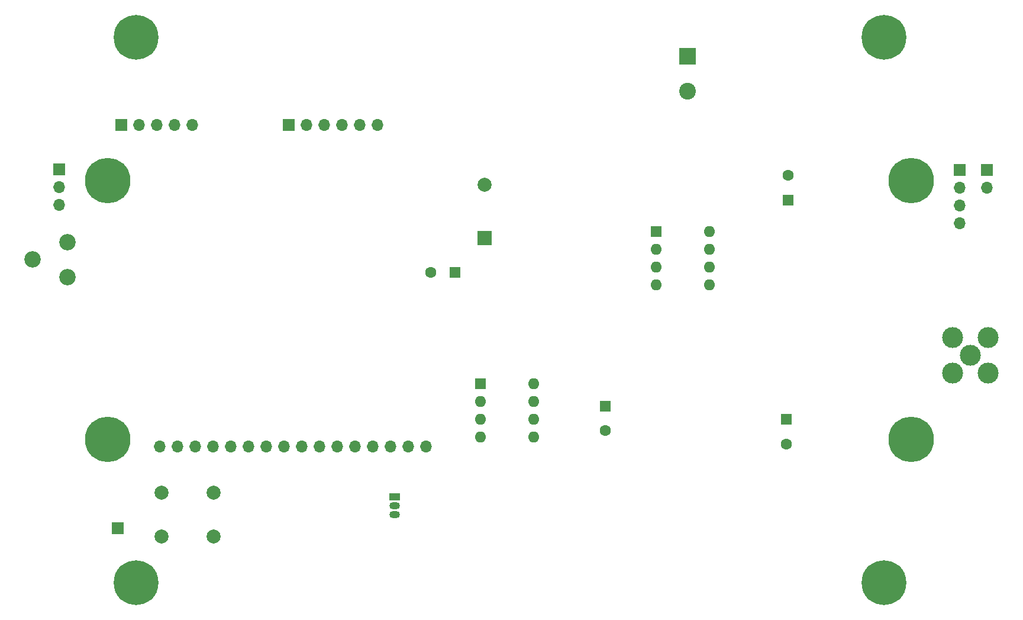
<source format=gbr>
%TF.GenerationSoftware,KiCad,Pcbnew,7.0.0-1.fc37*%
%TF.CreationDate,2023-10-17T19:49:35+02:00*%
%TF.ProjectId,boardConsolePCB,626f6172-6443-46f6-9e73-6f6c65504342,rev?*%
%TF.SameCoordinates,Original*%
%TF.FileFunction,Soldermask,Bot*%
%TF.FilePolarity,Negative*%
%FSLAX46Y46*%
G04 Gerber Fmt 4.6, Leading zero omitted, Abs format (unit mm)*
G04 Created by KiCad (PCBNEW 7.0.0-1.fc37) date 2023-10-17 19:49:35*
%MOMM*%
%LPD*%
G01*
G04 APERTURE LIST*
%ADD10R,1.600000X1.600000*%
%ADD11C,1.600000*%
%ADD12R,2.400000X2.400000*%
%ADD13C,2.400000*%
%ADD14C,2.000000*%
%ADD15R,1.700000X1.700000*%
%ADD16O,1.700000X1.700000*%
%ADD17O,1.600000X1.600000*%
%ADD18C,6.400000*%
%ADD19C,3.000000*%
%ADD20C,6.500000*%
%ADD21R,2.000000X2.000000*%
%ADD22R,1.500000X1.050000*%
%ADD23O,1.500000X1.050000*%
%ADD24C,2.340000*%
G04 APERTURE END LIST*
D10*
%TO.C,C28*%
X171649999Y-116749999D03*
D11*
X171650000Y-120250000D03*
%TD*%
D10*
%TO.C,C10*%
X197849999Y-87249999D03*
D11*
X197850000Y-83750000D03*
%TD*%
D12*
%TO.C,C31*%
X183399999Y-66699999D03*
D13*
X183400000Y-71700000D03*
%TD*%
D10*
%TO.C,C24*%
X197549999Y-118649999D03*
D11*
X197550000Y-122150000D03*
%TD*%
D10*
%TO.C,C18*%
X150149999Y-97649999D03*
D11*
X146650000Y-97650000D03*
%TD*%
D14*
%TO.C,C2*%
X108150000Y-129100000D03*
X115650000Y-129100000D03*
%TD*%
D15*
%TO.C,J5*%
X226299999Y-82959999D03*
D16*
X226299999Y-85499999D03*
%TD*%
D10*
%TO.C,U9*%
X178899999Y-91799999D03*
D17*
X178899999Y-94339999D03*
X178899999Y-96879999D03*
X178899999Y-99419999D03*
X186519999Y-99419999D03*
X186519999Y-96879999D03*
X186519999Y-94339999D03*
X186519999Y-91799999D03*
%TD*%
D10*
%TO.C,U1*%
X153799999Y-113499999D03*
D17*
X153799999Y-116039999D03*
X153799999Y-118579999D03*
X153799999Y-121119999D03*
X161419999Y-121119999D03*
X161419999Y-118579999D03*
X161419999Y-116039999D03*
X161419999Y-113499999D03*
%TD*%
D15*
%TO.C,J3*%
X102419999Y-76499999D03*
D16*
X104959999Y-76499999D03*
X107499999Y-76499999D03*
X110039999Y-76499999D03*
X112579999Y-76499999D03*
%TD*%
D18*
%TO.C,H4*%
X211500000Y-142000000D03*
%TD*%
D15*
%TO.C,J6*%
X222399999Y-82959999D03*
D16*
X222399999Y-85499999D03*
X222399999Y-88039999D03*
X222399999Y-90579999D03*
%TD*%
D19*
%TO.C,J2*%
X223910000Y-109500000D03*
X221370000Y-106960000D03*
X221370000Y-112040000D03*
X226450000Y-106960000D03*
X226450000Y-112040000D03*
%TD*%
D20*
%TO.C,U7*%
X100420000Y-84500000D03*
X100420000Y-121500000D03*
X215420000Y-84500000D03*
X215420000Y-121500000D03*
D16*
X145999999Y-122499999D03*
X143459999Y-122499999D03*
X140919999Y-122499999D03*
X138379999Y-122499999D03*
X135839999Y-122499999D03*
X133299999Y-122499999D03*
X130759999Y-122499999D03*
X128219999Y-122499999D03*
X125679999Y-122499999D03*
X123139999Y-122499999D03*
X120599999Y-122499999D03*
X118059999Y-122499999D03*
X115519999Y-122499999D03*
X112979999Y-122499999D03*
X110439999Y-122499999D03*
X107899999Y-122499999D03*
%TD*%
D15*
%TO.C,J4*%
X126379999Y-76499999D03*
D16*
X128919999Y-76499999D03*
X131459999Y-76499999D03*
X133999999Y-76499999D03*
X136539999Y-76499999D03*
X139079999Y-76499999D03*
%TD*%
D21*
%TO.C,LS1*%
X154399999Y-92699999D03*
D14*
X154400000Y-85100000D03*
%TD*%
D18*
%TO.C,H3*%
X104500000Y-142000000D03*
%TD*%
%TO.C,H2*%
X211500000Y-64000000D03*
%TD*%
D22*
%TO.C,Q1*%
X141539999Y-129729999D03*
D23*
X141539999Y-130999999D03*
X141539999Y-132269999D03*
%TD*%
D15*
%TO.C,J1*%
X101899999Y-134199999D03*
%TD*%
D18*
%TO.C,H1*%
X104500000Y-64000000D03*
%TD*%
D24*
%TO.C,RV1*%
X94700000Y-98275000D03*
X89700000Y-95775000D03*
X94700000Y-93275000D03*
%TD*%
D14*
%TO.C,C3*%
X108150000Y-135400000D03*
X115650000Y-135400000D03*
%TD*%
D15*
%TO.C,J7*%
X93499999Y-82919999D03*
D16*
X93499999Y-85459999D03*
X93499999Y-87999999D03*
%TD*%
M02*

</source>
